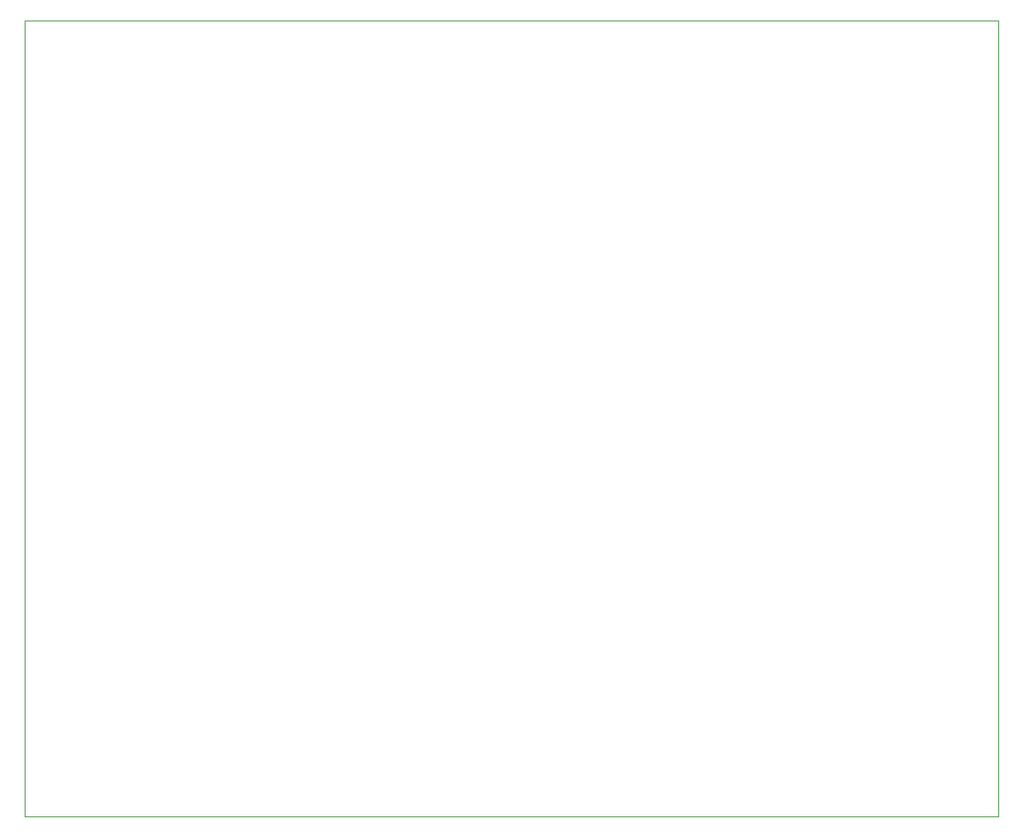
<source format=gbr>
G04 #@! TF.GenerationSoftware,KiCad,Pcbnew,(5.1.4-0-10_14)*
G04 #@! TF.CreationDate,2020-07-24T15:49:09-07:00*
G04 #@! TF.ProjectId,ya4b-alu,79613462-2d61-46c7-952e-6b696361645f,rev?*
G04 #@! TF.SameCoordinates,Original*
G04 #@! TF.FileFunction,Profile,NP*
%FSLAX46Y46*%
G04 Gerber Fmt 4.6, Leading zero omitted, Abs format (unit mm)*
G04 Created by KiCad (PCBNEW (5.1.4-0-10_14)) date 2020-07-24 15:49:09*
%MOMM*%
%LPD*%
G04 APERTURE LIST*
%ADD10C,0.100000*%
G04 APERTURE END LIST*
D10*
X166329360Y-87348060D02*
X166329360Y-169194480D01*
X66167000Y-87376000D02*
X166329360Y-87348060D01*
X66167000Y-169250360D02*
X66167000Y-87376000D01*
X166329360Y-169194480D02*
X66167000Y-169250360D01*
M02*

</source>
